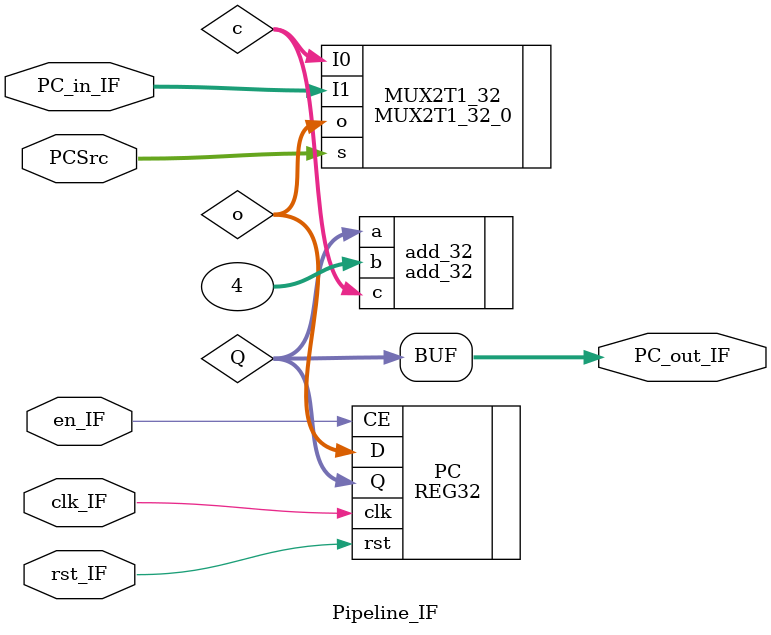
<source format=v>
`timescale 1ns / 1ps


module Pipeline_IF(
    input clk_IF,
    input rst_IF,
    input en_IF,
    input [31: 0] PC_in_IF,
    input [31: 0] PCSrc,
    output wire [31:0] PC_out_IF
    );

    wire [31: 0] o;
    wire [31: 0] Q;
    wire [31: 0] c;

    MUX2T1_32_0 MUX2T1_32 (
        .I0(c),
        .I1(PC_in_IF),
        .s(PCSrc),
        .o(o)
    );

    REG32 PC (
        .clk(clk_IF),
        .rst(rst_IF),
        .CE(en_IF),
        .D(o),
        .Q(Q)
    );

    add_32 add_32 (
        .a(Q),
        .b(32'h4),
        .c(c)
    );

    assign PC_out_IF = Q;
endmodule

</source>
